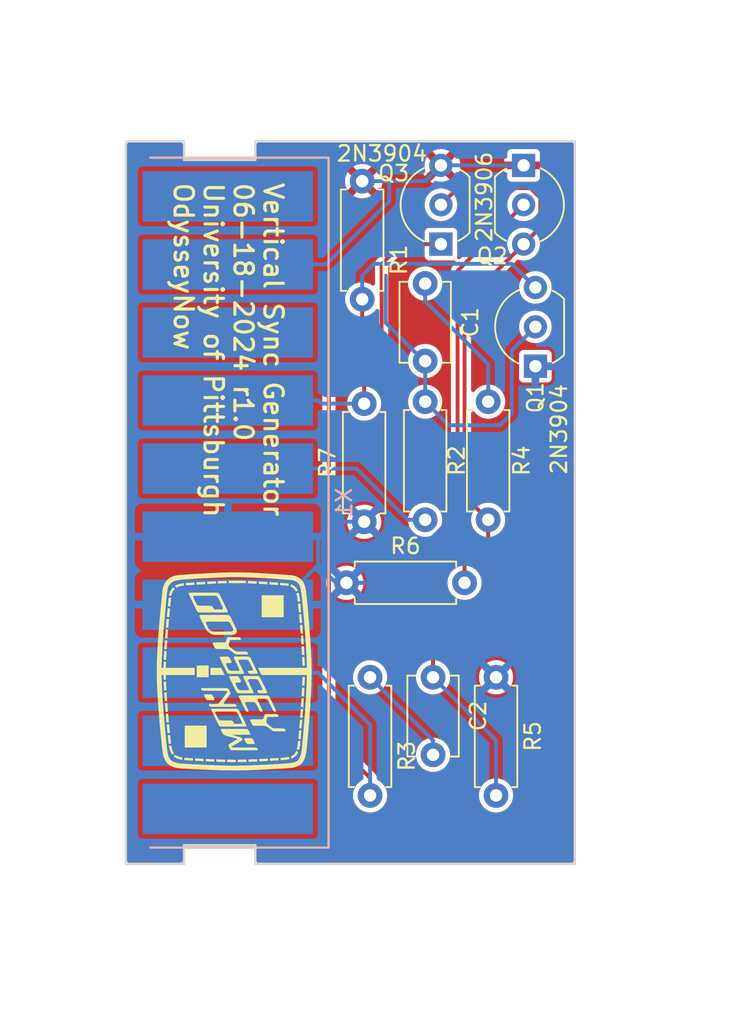
<source format=kicad_pcb>
(kicad_pcb (version 20240108) (generator "pcbnew") (generator_version "8.0")
  (title_block (title "Odyssey Daughter Card Vertical Sync Generator") (date "2024-06-19") (rev "1.0") (company "University of Pittsburgh - OdysseyNow") (comment 1 "Levi Burner"))
  (layers (0 "F.Cu" signal) (31 "B.Cu" signal) (34 "B.Paste" user) (35 "F.Paste" user) (36 "B.SilkS" user "B.Silkscreen") (37 "F.SilkS" user "F.Silkscreen") (38 "B.Mask" user) (39 "F.Mask" user) (44 "Edge.Cuts" user))
  (net 0 "")
  (net 1 "Net-(C1-Pad1)")
  (net 2 "Net-(C2-Pad2)")
  (net 3 "/Card3")
  (net 4 "GND")
  (net 5 "/Card9")
  (net 6 "/Card7")
  (net 7 "/Card6")
  (net 8 "/Card10")
  (net 9 "/Card8")
  (net 10 "/Card2")
  (net 11 "/Card1")
  (net 12 "Net-(Q1-B)")
  (net 13 "Net-(Q2-B)")
  (net 14 "Net-(Q2-C)")
  (footprint "Odyssey_Daughter_Card:Odyssey_Daughter_Card" (layer "F.Cu") (at 129 101)
    (property "Reference" "X1" (at 7.5 0 90) (layer "B.SilkS") (effects (justify mirror)))
    (property "Value" "OdysseyDaughterCard")
    (pad "1" smd rect (at 0 19.749992) (size 11 3.25) (layers "B.Cu" "B.Mask") (net 11 "/Card1"))
    (pad "2" smd rect (at 0 15.361104) (size 11 3.25) (layers "B.Cu" "B.Mask") (net 10 "/Card2"))
    (pad "3" smd rect (at 0 10.972216) (size 11 3.25) (layers "B.Cu" "B.Mask") (net 3 "/Card3"))
    (pad "4" smd rect (at 0 6.583328) (size 11 3.25) (layers "B.Cu" "B.Mask") (net 4 "GND"))
    (pad "5" smd rect (at 0 2.19444) (size 11 3.25) (layers "B.Cu" "B.Mask") (net 4 "GND"))
    (pad "6" smd rect (at 0 -2.194448) (size 11 3.25) (layers "B.Cu" "B.Mask") (net 7 "/Card6"))
    (pad "7" smd rect (at 0 -6.583336) (size 11 3.25) (layers "B.Cu" "B.Mask") (net 6 "/Card7"))
    (pad "8" smd rect (at 0 -10.972224) (size 11 3.25) (layers "B.Cu" "B.Mask") (net 9 "/Card8"))
    (pad "9" smd rect (at 0 -15.361112) (size 11 3.25) (layers "B.Cu" "B.Mask") (net 5 "/Card9"))
    (pad "10" smd rect (at 0 -19.75) (size 11 3.25) (layers "B.Cu" "B.Mask") (net 8 "/Card10"))
  )
  (footprint "Capacitor_THT:C_Disc_D5.1mm_W3.2mm_P5.00mm" (layer "F.Cu") (at 141.732 86.868 -90)
    (property "Reference" "C1" (at 2.5 -2.91 -90) (layer "F.SilkS"))
    (property "Value" "0.1u")
    (pad "1" thru_hole circle (at 0 0 270) (size 1.6 1.6) (drill 0.8) (layers "*.Cu" "*.Mask") (net 1 "Net-(C1-Pad1)"))
    (pad "2" thru_hole circle (at 5 0 270) (size 1.6 1.6) (drill 0.8) (layers "*.Cu" "*.Mask") (net 12 "Net-(Q1-B)"))
  )
  (footprint "Capacitor_THT:C_Disc_D5.1mm_W3.2mm_P5.00mm" (layer "F.Cu") (at 142.24 112.268 -90)
    (property "Reference" "C2" (at 2.5 -2.91 -90) (layer "F.SilkS"))
    (property "Value" "0.1u")
    (pad "1" thru_hole circle (at 0 0 270) (size 1.6 1.6) (drill 0.8) (layers "*.Cu" "*.Mask") (net 13 "Net-(Q2-B)"))
    (pad "2" thru_hole circle (at 5 0 270) (size 1.6 1.6) (drill 0.8) (layers "*.Cu" "*.Mask") (net 2 "Net-(C2-Pad2)"))
  )
  (footprint "Package_TO_SOT_THT:TO-92_Inline_Wide" (layer "F.Cu") (at 148.844 92.202 90)
    (property "Reference" "Q1" (at -2.032 0 -90) (layer "F.SilkS"))
    (property "Value" "2N3904" (at -4.064 1.524 90) (layer "F.SilkS"))
    (pad "1" thru_hole rect (at 0 0 90) (size 1.5 1.5) (drill 0.8) (layers "*.Cu" "*.Mask") (net 4 "GND"))
    (pad "2" thru_hole circle (at 2.54 0 90) (size 1.5 1.5) (drill 0.8) (layers "*.Cu" "*.Mask") (net 12 "Net-(Q1-B)"))
    (pad "3" thru_hole circle (at 5.08 0 90) (size 1.5 1.5) (drill 0.8) (layers "*.Cu" "*.Mask") (net 3 "/Card3"))
  )
  (footprint "Package_TO_SOT_THT:TO-92_Inline_Wide" (layer "F.Cu") (at 148.082 79.248 -90)
    (property "Reference" "Q2" (at 5.842 2.032 0) (layer "F.SilkS"))
    (property "Value" "2N3906" (at 2.032 2.54 270) (layer "F.SilkS"))
    (pad "1" thru_hole rect (at 0 0 270) (size 1.5 1.5) (drill 0.8) (layers "*.Cu" "*.Mask") (net 5 "/Card9"))
    (pad "2" thru_hole circle (at 2.54 0 270) (size 1.5 1.5) (drill 0.8) (layers "*.Cu" "*.Mask") (net 13 "Net-(Q2-B)"))
    (pad "3" thru_hole circle (at 5.08 0 270) (size 1.5 1.5) (drill 0.8) (layers "*.Cu" "*.Mask") (net 14 "Net-(Q2-C)"))
  )
  (footprint "Package_TO_SOT_THT:TO-92_Inline_Wide" (layer "F.Cu") (at 142.748 84.328 90)
    (property "Reference" "Q3" (at 4.572 -3.048 180) (layer "F.SilkS"))
    (property "Value" "2N3904" (at 5.842 -3.81 180) (layer "F.SilkS"))
    (pad "1" thru_hole rect (at 0 0 90) (size 1.5 1.5) (drill 0.8) (layers "*.Cu" "*.Mask") (net 6 "/Card7"))
    (pad "2" thru_hole circle (at 2.54 0 90) (size 1.5 1.5) (drill 0.8) (layers "*.Cu" "*.Mask") (net 14 "Net-(Q2-C)"))
    (pad "3" thru_hole circle (at 5.08 0 90) (size 1.5 1.5) (drill 0.8) (layers "*.Cu" "*.Mask") (net 5 "/Card9"))
  )
  (footprint "Resistor_THT:R_Axial_DIN0207_L6.3mm_D2.5mm_P7.62mm_Horizontal" (layer "F.Cu") (at 137.668 80.264 -90)
    (property "Reference" "R1" (at 5.08 -2.37 -90) (layer "F.SilkS"))
    (property "Value" "2.2k")
    (pad "1" thru_hole circle (at 0 0 270) (size 1.6 1.6) (drill 0.8) (layers "*.Cu" "*.Mask") (net 5 "/Card9"))
    (pad "2" thru_hole oval (at 7.62 0 270) (size 1.6 1.6) (drill 0.8) (layers "*.Cu" "*.Mask") (net 3 "/Card3"))
  )
  (footprint "Resistor_THT:R_Axial_DIN0207_L6.3mm_D2.5mm_P7.62mm_Horizontal" (layer "F.Cu") (at 141.732 94.488 -90)
    (property "Reference" "R2" (at 3.81 -2.032 -90) (layer "F.SilkS"))
    (property "Value" "180k")
    (pad "1" thru_hole circle (at 0 0 270) (size 1.6 1.6) (drill 0.8) (layers "*.Cu" "*.Mask") (net 12 "Net-(Q1-B)"))
    (pad "2" thru_hole oval (at 7.62 0 270) (size 1.6 1.6) (drill 0.8) (layers "*.Cu" "*.Mask") (net 7 "/Card6"))
  )
  (footprint "Resistor_THT:R_Axial_DIN0207_L6.3mm_D2.5mm_P7.62mm_Horizontal" (layer "F.Cu") (at 138.176 112.268 -90)
    (property "Reference" "R3" (at 5.08 -2.37 -90) (layer "F.SilkS"))
    (property "Value" "470")
    (pad "1" thru_hole circle (at 0 0 270) (size 1.6 1.6) (drill 0.8) (layers "*.Cu" "*.Mask") (net 2 "Net-(C2-Pad2)"))
    (pad "2" thru_hole oval (at 7.62 0 270) (size 1.6 1.6) (drill 0.8) (layers "*.Cu" "*.Mask") (net 3 "/Card3"))
  )
  (footprint "Resistor_THT:R_Axial_DIN0207_L6.3mm_D2.5mm_P7.62mm_Horizontal" (layer "F.Cu") (at 145.796 102.108 90)
    (property "Reference" "R4" (at 3.81 2.159 90) (layer "F.SilkS"))
    (property "Value" "820")
    (pad "1" thru_hole circle (at 0 0 90) (size 1.6 1.6) (drill 0.8) (layers "*.Cu" "*.Mask") (net 14 "Net-(Q2-C)"))
    (pad "2" thru_hole oval (at 7.62 0 90) (size 1.6 1.6) (drill 0.8) (layers "*.Cu" "*.Mask") (net 1 "Net-(C1-Pad1)"))
  )
  (footprint "Resistor_THT:R_Axial_DIN0207_L6.3mm_D2.5mm_P7.62mm_Horizontal" (layer "F.Cu") (at 146.304 112.268 -90)
    (property "Reference" "R5" (at 3.81 -2.37 -90) (layer "F.SilkS"))
    (property "Value" "300k")
    (pad "1" thru_hole circle (at 0 0 270) (size 1.6 1.6) (drill 0.8) (layers "*.Cu" "*.Mask") (net 4 "GND"))
    (pad "2" thru_hole oval (at 7.62 0 270) (size 1.6 1.6) (drill 0.8) (layers "*.Cu" "*.Mask") (net 13 "Net-(Q2-B)"))
  )
  (footprint "Resistor_THT:R_Axial_DIN0207_L6.3mm_D2.5mm_P7.62mm_Horizontal" (layer "F.Cu") (at 136.652 106.172)
    (property "Reference" "R6" (at 3.81 -2.37 0) (layer "F.SilkS"))
    (property "Value" "2.2k")
    (pad "1" thru_hole circle (at 0 0) (size 1.6 1.6) (drill 0.8) (layers "*.Cu" "*.Mask") (net 4 "GND"))
    (pad "2" thru_hole oval (at 7.62 0) (size 1.6 1.6) (drill 0.8) (layers "*.Cu" "*.Mask") (net 14 "Net-(Q2-C)"))
  )
  (footprint "Resistor_THT:R_Axial_DIN0207_L6.3mm_D2.5mm_P7.62mm_Horizontal" (layer "F.Cu") (at 137.795 102.235 90)
    (property "Reference" "R7" (at 3.81 -2.37 90) (layer "F.SilkS"))
    (property "Value" "470")
    (pad "1" thru_hole circle (at 0 0 90) (size 1.6 1.6) (drill 0.8) (layers "*.Cu" "*.Mask") (net 4 "GND"))
    (pad "2" thru_hole oval (at 7.62 0 90) (size 1.6 1.6) (drill 0.8) (layers "*.Cu" "*.Mask") (net 6 "/Card7"))
  )
  (footprint "Odyssey_Daughter_Card:OdysseyNowLogo" (layer "F.Cu") (at 130.175 111.633 -90)
    (property "Reference" "X2" (hide yes))
    (property "Value" "OdysseyNow_Logo" (hide yes))
  )
  (gr_line (start 130.775 77.7) (end 130.775 78.9) (stroke (width 0.15)) (layer "Edge.Cuts"))
  (gr_line (start 126.175 124.3) (end 126.175 123.1) (stroke (width 0.15)) (layer "Edge.Cuts"))
  (gr_line (start 126.175 77.7) (end 122.425 77.7) (stroke (width 0.15)) (layer "Edge.Cuts"))
  (gr_line (start 151.384 77.7) (end 130.775 77.7) (stroke (width 0.15)) (layer "Edge.Cuts"))
  (gr_line (start 130.775 123.1) (end 130.775 124.3) (stroke (width 0.15)) (layer "Edge.Cuts"))
  (gr_line (start 130.775 78.9) (end 126.175 78.9) (stroke (width 0.15)) (layer "Edge.Cuts"))
  (gr_line (start 126.175 123.1) (end 130.775 123.1) (stroke (width 0.15)) (layer "Edge.Cuts"))
  (gr_line (start 151.384 77.7) (end 151.384 124.3) (stroke (width 0.15)) (layer "Edge.Cuts"))
  (gr_line (start 130.775 124.3) (end 151.384 124.3) (stroke (width 0.15)) (layer "Edge.Cuts"))
  (gr_line (start 122.425 124.3) (end 126.175 124.3) (stroke (width 0.15)) (layer "Edge.Cuts"))
  (gr_line (start 126.175 78.9) (end 126.175 77.7) (stroke (width 0.15)) (layer "Edge.Cuts"))
  (gr_line (start 122.425 124.3) (end 122.425 77.7) (stroke (width 0.15)) (layer "Edge.Cuts"))
  (gr_text "Vertical Sync Generator\n06-18-2024 r1.0\nUniversity of Pittsburgh\nOdysseyNow" (at 129.032 80.264 270) (layer "F.SilkS") (effects (font (size 1.2 1.2) (thickness 0.2)) (justify left)))
  (segment (start 141.732 87.99937) (end 141.732 86.868) (width 0.25) (layer "B.Cu") (net 1))
  (segment (start 145.796 94.488) (end 145.796 92.06337) (width 0.25) (layer "B.Cu") (net 1))
  (segment (start 145.796 92.06337) (end 141.732 87.99937) (width 0.25) (layer "B.Cu") (net 1))
  (segment (start 138.176 112.268) (end 142.24 116.332) (width 0.25) (layer "B.Cu") (net 2))
  (segment (start 142.24 116.332) (end 142.24 117.268) (width 0.25) (layer "B.Cu") (net 2))
  (segment (start 137.668 87.884) (end 137.668 89.0093) (width 0.25) (layer "F.Cu") (net 3))
  (segment (start 138.176 119.888) (end 138.176 118.7627) (width 0.25) (layer "F.Cu") (net 3))
  (segment (start 135.5195 116.1062) (end 138.176 118.7627) (width 0.25) (layer "F.Cu") (net 3))
  (segment (start 135.5195 91.1578) (end 135.5195 116.1062) (width 0.25) (layer "F.Cu") (net 3))
  (segment (start 137.668 89.0093) (end 135.5195 91.1578) (width 0.25) (layer "F.Cu") (net 3))
  (segment (start 138.176 115.3229) (end 134.8253 111.9722) (width 0.25) (layer "B.Cu") (net 3))
  (segment (start 138.176 119.888) (end 138.176 115.3229) (width 0.25) (layer "B.Cu") (net 3))
  (segment (start 137.668 87.884) (end 137.668 86.36) (width 0.25) (layer "B.Cu") (net 3))
  (segment (start 138.43 85.598) (end 147.32 85.598) (width 0.25) (layer "B.Cu") (net 3))
  (segment (start 129 111.9722) (end 134.8253 111.9722) (width 0.25) (layer "B.Cu") (net 3))
  (segment (start 147.32 85.598) (end 148.844 87.122) (width 0.25) (layer "B.Cu") (net 3))
  (segment (start 137.668 86.36) (end 138.43 85.598) (width 0.25) (layer "B.Cu") (net 3))
  (segment (start 140.208 106.172) (end 136.652 106.172) (width 0.25) (layer "B.Cu") (net 4))
  (segment (start 129 103.1944) (end 134.8253 103.1944) (width 0.25) (layer "B.Cu") (net 4))
  (segment (start 134.8253 105.0228) (end 134.8253 103.1944) (width 0.25) (layer "B.Cu") (net 4))
  (segment (start 129 107.5833) (end 131.9127 107.5833) (width 0.25) (layer "B.Cu") (net 4))
  (segment (start 135.7847 102.235) (end 134.8253 103.1944) (width 0.25) (layer "B.Cu") (net 4))
  (segment (start 136.652 106.172) (end 135.9745 106.172) (width 0.25) (layer "B.Cu") (net 4))
  (segment (start 131.9127 107.5833) (end 132.2648 107.5833) (width 0.25) (layer "B.Cu") (net 4))
  (segment (start 137.795 102.235) (end 135.7847 102.235) (width 0.25) (layer "B.Cu") (net 4))
  (segment (start 132.2648 107.5833) (end 134.8253 105.0228) (width 0.25) (layer "B.Cu") (net 4))
  (segment (start 148.844 96.5876) (end 140.208 105.2236) (width 0.25) (layer "B.Cu") (net 4))
  (segment (start 135.9745 106.172) (end 134.8253 105.0228) (width 0.25) (layer "B.Cu") (net 4))
  (segment (start 146.304 112.268) (end 140.208 106.172) (width 0.25) (layer "B.Cu") (net 4))
  (segment (start 140.208 105.2236) (end 140.208 106.172) (width 0.25) (layer "B.Cu") (net 4))
  (segment (start 148.844 92.202) (end 148.844 96.5876) (width 0.25) (layer "B.Cu") (net 4))
  (segment (start 141.732 80.264) (end 142.748 79.248) (width 0.25) (layer "B.Cu") (net 5))
  (segment (start 137.668 80.264) (end 139.4164 80.264) (width 0.25) (layer "B.Cu") (net 5))
  (segment (start 139.4164 80.264) (end 139.4164 81.5636) (width 0.25) (layer "B.Cu") (net 5))
  (segment (start 142.748 79.248) (end 148.082 79.248) (width 0.25) (layer "B.Cu") (net 5))
  (segment (start 139.4164 80.264) (end 141.732 80.264) (width 0.25) (layer "B.Cu") (net 5))
  (segment (start 135.3411 85.6389) (end 129 85.6389) (width 0.25) (layer "B.Cu") (net 5))
  (segment (start 139.4164 81.5636) (end 135.3411 85.6389) (width 0.25) (layer "B.Cu") (net 5))
  (segment (start 137.795 94.615) (end 137.795 93.4897) (width 0.25) (layer "F.Cu") (net 6))
  (segment (start 137.795 93.4897) (end 138.9203 92.3644) (width 0.25) (layer "F.Cu") (net 6))
  (segment (start 138.9203 92.3644) (end 138.9203 85.6157) (width 0.25) (layer "F.Cu") (net 6))
  (segment (start 142.748 84.328) (end 140.208 84.328) (width 0.25) (layer "F.Cu") (net 6))
  (segment (start 140.208 84.328) (end 138.9203 85.6157) (width 0.25) (layer "F.Cu") (net 6))
  (segment (start 137.795 94.615) (end 135.0236 94.615) (width 0.25) (layer "B.Cu") (net 6))
  (segment (start 129 94.4167) (end 134.8253 94.4167) (width 0.25) (layer "B.Cu") (net 6))
  (segment (start 135.0236 94.615) (end 134.8253 94.4167) (width 0.25) (layer "B.Cu") (net 6))
  (segment (start 137.3042 98.8055) (end 129 98.8055) (width 0.25) (layer "B.Cu") (net 7))
  (segment (start 140.6067 102.108) (end 137.3042 98.8055) (width 0.25) (layer "B.Cu") (net 7))
  (segment (start 141.732 102.108) (end 140.6067 102.108) (width 0.25) (layer "B.Cu") (net 7))
  (segment (start 143.256 96.012) (end 141.732 94.488) (width 0.25) (layer "B.Cu") (net 12))
  (segment (start 147.32 95.25) (end 146.558 96.012) (width 0.25) (layer "B.Cu") (net 12))
  (segment (start 148.844 89.662) (end 147.32 91.186) (width 0.25) (layer "B.Cu") (net 12))
  (segment (start 141.652 91.868) (end 141.732 91.868) (width 0.25) (layer "B.Cu") (net 12))
  (segment (start 139.192 89.408) (end 141.652 91.868) (width 0.25) (layer "B.Cu") (net 12))
  (segment (start 147.32 91.186) (end 147.32 95.25) (width 0.25) (layer "B.Cu") (net 12))
  (segment (start 139.192 86.36) (end 139.192 89.408) (width 0.25) (layer "B.Cu") (net 12))
  (segment (start 146.558 96.012) (end 143.256 96.012) (width 0.25) (layer "B.Cu") (net 12))
  (segment (start 141.732 94.488) (end 141.732 91.868) (width 0.25) (layer "B.Cu") (net 12))
  (segment (start 143.8216 103.2334) (end 143.8216 86.0484) (width 0.25) (layer "F.Cu") (net 13))
  (segment (start 142.24 104.815) (end 142.24 112.268) (width 0.25) (layer "F.Cu") (net 13))
  (segment (start 143.8216 103.2334) (end 142.24 104.815) (width 0.25) (layer "F.Cu") (net 13))
  (segment (start 143.8216 86.0484) (end 148.082 81.788) (width 0.25) (layer "F.Cu") (net 13))
  (segment (start 146.304 119.888) (end 146.304 116.332) (width 0.25) (layer "B.Cu") (net 13))
  (segment (start 146.304 116.332) (end 142.24 112.268) (width 0.25) (layer "B.Cu") (net 13))
  (segment (start 148.52728 80.713) (end 149.157 81.34272) (width 0.25) (layer "F.Cu") (net 14))
  (segment (start 149.157 81.34272) (end 149.157 83.253) (width 0.25) (layer "F.Cu") (net 14))
  (segment (start 145.796 103.5227) (end 145.796 102.108) (width 0.25) (layer "F.Cu") (net 14))
  (segment (start 145.796 102.108) (end 144.272 100.584) (width 0.25) (layer "F.Cu") (net 14))
  (segment (start 142.748 81.788) (end 143.823 80.713) (width 0.25) (layer "F.Cu") (net 14))
  (segment (start 144.272 106.172) (end 144.272 105.0467) (width 0.25) (layer "F.Cu") (net 14))
  (segment (start 144.272 100.584) (end 144.272 88.138) (width 0.25) (layer "F.Cu") (net 14))
  (segment (start 143.823 80.713) (end 148.52728 80.713) (width 0.25) (layer "F.Cu") (net 14))
  (segment (start 149.157 83.253) (end 148.082 84.328) (width 0.25) (layer "F.Cu") (net 14))
  (segment (start 144.272 105.0467) (end 145.796 103.5227) (width 0.25) (layer "F.Cu") (net 14))
  (segment (start 144.272 88.138) (end 148.082 84.328) (width 0.25) (layer "F.Cu") (net 14))
  (zone (net 5) (net_name "/Card9") (layer "F.Cu") (priority 1) (connect_pads (clearance 0.3)) (min_thickness 0.25) (fill yes (thermal_gap 0.5) (thermal_bridge_width 0.5))
    (polygon (pts (xy 114.3 68.58) (xy 162.56 68.58) (xy 162.56 134.62) (xy 114.3 134.62)))
  )
  (zone (net 4) (net_name "GND") (layer "B.Cu") (connect_pads (clearance 0.3)) (min_thickness 0.25) (fill yes (thermal_gap 0.5) (thermal_bridge_width 0.5))
    (polygon (pts (xy 116.84 71.12) (xy 157.48 71.12) (xy 157.48 129.54) (xy 116.84 129.54)))
  )
)
</source>
